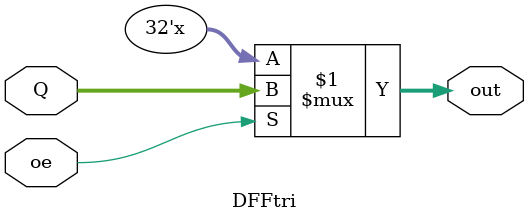
<source format=v>
module DFFtri(Q, oe, out);
    input[31:0] Q;
    input oe;
    output[31:0] out;

    assign out = oe ? Q : 32'bz;
endmodule
</source>
